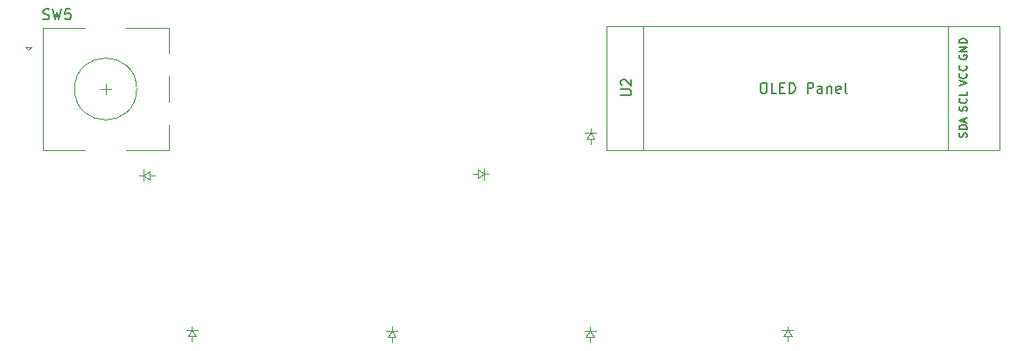
<source format=gbr>
%TF.GenerationSoftware,KiCad,Pcbnew,8.0.6*%
%TF.CreationDate,2024-10-22T23:25:27+01:00*%
%TF.ProjectId,hello22,68656c6c-6f32-4322-9e6b-696361645f70,rev?*%
%TF.SameCoordinates,Original*%
%TF.FileFunction,Legend,Top*%
%TF.FilePolarity,Positive*%
%FSLAX46Y46*%
G04 Gerber Fmt 4.6, Leading zero omitted, Abs format (unit mm)*
G04 Created by KiCad (PCBNEW 8.0.6) date 2024-10-22 23:25:27*
%MOMM*%
%LPD*%
G01*
G04 APERTURE LIST*
%ADD10C,0.150000*%
%ADD11C,0.120000*%
%ADD12C,0.100000*%
%ADD13C,0.040000*%
%ADD14C,1.701800*%
%ADD15C,3.987800*%
%ADD16R,2.000000X2.000000*%
%ADD17C,2.000000*%
%ADD18R,3.200000X2.000000*%
%ADD19R,1.600000X1.600000*%
%ADD20O,1.600000X1.600000*%
%ADD21R,3.500000X1.700000*%
%ADD22O,3.600000X1.700000*%
%ADD23O,3.700000X1.700000*%
%ADD24R,1.700000X1.700000*%
%ADD25O,1.700000X1.700000*%
G04 APERTURE END LIST*
D10*
X61341667Y-99257200D02*
X61484524Y-99304819D01*
X61484524Y-99304819D02*
X61722619Y-99304819D01*
X61722619Y-99304819D02*
X61817857Y-99257200D01*
X61817857Y-99257200D02*
X61865476Y-99209580D01*
X61865476Y-99209580D02*
X61913095Y-99114342D01*
X61913095Y-99114342D02*
X61913095Y-99019104D01*
X61913095Y-99019104D02*
X61865476Y-98923866D01*
X61865476Y-98923866D02*
X61817857Y-98876247D01*
X61817857Y-98876247D02*
X61722619Y-98828628D01*
X61722619Y-98828628D02*
X61532143Y-98781009D01*
X61532143Y-98781009D02*
X61436905Y-98733390D01*
X61436905Y-98733390D02*
X61389286Y-98685771D01*
X61389286Y-98685771D02*
X61341667Y-98590533D01*
X61341667Y-98590533D02*
X61341667Y-98495295D01*
X61341667Y-98495295D02*
X61389286Y-98400057D01*
X61389286Y-98400057D02*
X61436905Y-98352438D01*
X61436905Y-98352438D02*
X61532143Y-98304819D01*
X61532143Y-98304819D02*
X61770238Y-98304819D01*
X61770238Y-98304819D02*
X61913095Y-98352438D01*
X62246429Y-98304819D02*
X62484524Y-99304819D01*
X62484524Y-99304819D02*
X62675000Y-98590533D01*
X62675000Y-98590533D02*
X62865476Y-99304819D01*
X62865476Y-99304819D02*
X63103572Y-98304819D01*
X63960714Y-98304819D02*
X63484524Y-98304819D01*
X63484524Y-98304819D02*
X63436905Y-98781009D01*
X63436905Y-98781009D02*
X63484524Y-98733390D01*
X63484524Y-98733390D02*
X63579762Y-98685771D01*
X63579762Y-98685771D02*
X63817857Y-98685771D01*
X63817857Y-98685771D02*
X63913095Y-98733390D01*
X63913095Y-98733390D02*
X63960714Y-98781009D01*
X63960714Y-98781009D02*
X64008333Y-98876247D01*
X64008333Y-98876247D02*
X64008333Y-99114342D01*
X64008333Y-99114342D02*
X63960714Y-99209580D01*
X63960714Y-99209580D02*
X63913095Y-99257200D01*
X63913095Y-99257200D02*
X63817857Y-99304819D01*
X63817857Y-99304819D02*
X63579762Y-99304819D01*
X63579762Y-99304819D02*
X63484524Y-99257200D01*
X63484524Y-99257200D02*
X63436905Y-99209580D01*
X117219819Y-106661904D02*
X118029342Y-106661904D01*
X118029342Y-106661904D02*
X118124580Y-106614285D01*
X118124580Y-106614285D02*
X118172200Y-106566666D01*
X118172200Y-106566666D02*
X118219819Y-106471428D01*
X118219819Y-106471428D02*
X118219819Y-106280952D01*
X118219819Y-106280952D02*
X118172200Y-106185714D01*
X118172200Y-106185714D02*
X118124580Y-106138095D01*
X118124580Y-106138095D02*
X118029342Y-106090476D01*
X118029342Y-106090476D02*
X117219819Y-106090476D01*
X117315057Y-105661904D02*
X117267438Y-105614285D01*
X117267438Y-105614285D02*
X117219819Y-105519047D01*
X117219819Y-105519047D02*
X117219819Y-105280952D01*
X117219819Y-105280952D02*
X117267438Y-105185714D01*
X117267438Y-105185714D02*
X117315057Y-105138095D01*
X117315057Y-105138095D02*
X117410295Y-105090476D01*
X117410295Y-105090476D02*
X117505533Y-105090476D01*
X117505533Y-105090476D02*
X117648390Y-105138095D01*
X117648390Y-105138095D02*
X118219819Y-105709523D01*
X118219819Y-105709523D02*
X118219819Y-105090476D01*
X149954164Y-105719999D02*
X150704164Y-105469999D01*
X150704164Y-105469999D02*
X149954164Y-105219999D01*
X150632735Y-104541428D02*
X150668450Y-104577142D01*
X150668450Y-104577142D02*
X150704164Y-104684285D01*
X150704164Y-104684285D02*
X150704164Y-104755713D01*
X150704164Y-104755713D02*
X150668450Y-104862856D01*
X150668450Y-104862856D02*
X150597021Y-104934285D01*
X150597021Y-104934285D02*
X150525592Y-104969999D01*
X150525592Y-104969999D02*
X150382735Y-105005713D01*
X150382735Y-105005713D02*
X150275592Y-105005713D01*
X150275592Y-105005713D02*
X150132735Y-104969999D01*
X150132735Y-104969999D02*
X150061307Y-104934285D01*
X150061307Y-104934285D02*
X149989878Y-104862856D01*
X149989878Y-104862856D02*
X149954164Y-104755713D01*
X149954164Y-104755713D02*
X149954164Y-104684285D01*
X149954164Y-104684285D02*
X149989878Y-104577142D01*
X149989878Y-104577142D02*
X150025592Y-104541428D01*
X150632735Y-103791428D02*
X150668450Y-103827142D01*
X150668450Y-103827142D02*
X150704164Y-103934285D01*
X150704164Y-103934285D02*
X150704164Y-104005713D01*
X150704164Y-104005713D02*
X150668450Y-104112856D01*
X150668450Y-104112856D02*
X150597021Y-104184285D01*
X150597021Y-104184285D02*
X150525592Y-104219999D01*
X150525592Y-104219999D02*
X150382735Y-104255713D01*
X150382735Y-104255713D02*
X150275592Y-104255713D01*
X150275592Y-104255713D02*
X150132735Y-104219999D01*
X150132735Y-104219999D02*
X150061307Y-104184285D01*
X150061307Y-104184285D02*
X149989878Y-104112856D01*
X149989878Y-104112856D02*
X149954164Y-104005713D01*
X149954164Y-104005713D02*
X149954164Y-103934285D01*
X149954164Y-103934285D02*
X149989878Y-103827142D01*
X149989878Y-103827142D02*
X150025592Y-103791428D01*
X130936428Y-105444819D02*
X131126904Y-105444819D01*
X131126904Y-105444819D02*
X131222142Y-105492438D01*
X131222142Y-105492438D02*
X131317380Y-105587676D01*
X131317380Y-105587676D02*
X131364999Y-105778152D01*
X131364999Y-105778152D02*
X131364999Y-106111485D01*
X131364999Y-106111485D02*
X131317380Y-106301961D01*
X131317380Y-106301961D02*
X131222142Y-106397200D01*
X131222142Y-106397200D02*
X131126904Y-106444819D01*
X131126904Y-106444819D02*
X130936428Y-106444819D01*
X130936428Y-106444819D02*
X130841190Y-106397200D01*
X130841190Y-106397200D02*
X130745952Y-106301961D01*
X130745952Y-106301961D02*
X130698333Y-106111485D01*
X130698333Y-106111485D02*
X130698333Y-105778152D01*
X130698333Y-105778152D02*
X130745952Y-105587676D01*
X130745952Y-105587676D02*
X130841190Y-105492438D01*
X130841190Y-105492438D02*
X130936428Y-105444819D01*
X132269761Y-106444819D02*
X131793571Y-106444819D01*
X131793571Y-106444819D02*
X131793571Y-105444819D01*
X132603095Y-105921009D02*
X132936428Y-105921009D01*
X133079285Y-106444819D02*
X132603095Y-106444819D01*
X132603095Y-106444819D02*
X132603095Y-105444819D01*
X132603095Y-105444819D02*
X133079285Y-105444819D01*
X133507857Y-106444819D02*
X133507857Y-105444819D01*
X133507857Y-105444819D02*
X133745952Y-105444819D01*
X133745952Y-105444819D02*
X133888809Y-105492438D01*
X133888809Y-105492438D02*
X133984047Y-105587676D01*
X133984047Y-105587676D02*
X134031666Y-105682914D01*
X134031666Y-105682914D02*
X134079285Y-105873390D01*
X134079285Y-105873390D02*
X134079285Y-106016247D01*
X134079285Y-106016247D02*
X134031666Y-106206723D01*
X134031666Y-106206723D02*
X133984047Y-106301961D01*
X133984047Y-106301961D02*
X133888809Y-106397200D01*
X133888809Y-106397200D02*
X133745952Y-106444819D01*
X133745952Y-106444819D02*
X133507857Y-106444819D01*
X135269762Y-106444819D02*
X135269762Y-105444819D01*
X135269762Y-105444819D02*
X135650714Y-105444819D01*
X135650714Y-105444819D02*
X135745952Y-105492438D01*
X135745952Y-105492438D02*
X135793571Y-105540057D01*
X135793571Y-105540057D02*
X135841190Y-105635295D01*
X135841190Y-105635295D02*
X135841190Y-105778152D01*
X135841190Y-105778152D02*
X135793571Y-105873390D01*
X135793571Y-105873390D02*
X135745952Y-105921009D01*
X135745952Y-105921009D02*
X135650714Y-105968628D01*
X135650714Y-105968628D02*
X135269762Y-105968628D01*
X136698333Y-106444819D02*
X136698333Y-105921009D01*
X136698333Y-105921009D02*
X136650714Y-105825771D01*
X136650714Y-105825771D02*
X136555476Y-105778152D01*
X136555476Y-105778152D02*
X136365000Y-105778152D01*
X136365000Y-105778152D02*
X136269762Y-105825771D01*
X136698333Y-106397200D02*
X136603095Y-106444819D01*
X136603095Y-106444819D02*
X136365000Y-106444819D01*
X136365000Y-106444819D02*
X136269762Y-106397200D01*
X136269762Y-106397200D02*
X136222143Y-106301961D01*
X136222143Y-106301961D02*
X136222143Y-106206723D01*
X136222143Y-106206723D02*
X136269762Y-106111485D01*
X136269762Y-106111485D02*
X136365000Y-106063866D01*
X136365000Y-106063866D02*
X136603095Y-106063866D01*
X136603095Y-106063866D02*
X136698333Y-106016247D01*
X137174524Y-105778152D02*
X137174524Y-106444819D01*
X137174524Y-105873390D02*
X137222143Y-105825771D01*
X137222143Y-105825771D02*
X137317381Y-105778152D01*
X137317381Y-105778152D02*
X137460238Y-105778152D01*
X137460238Y-105778152D02*
X137555476Y-105825771D01*
X137555476Y-105825771D02*
X137603095Y-105921009D01*
X137603095Y-105921009D02*
X137603095Y-106444819D01*
X138460238Y-106397200D02*
X138365000Y-106444819D01*
X138365000Y-106444819D02*
X138174524Y-106444819D01*
X138174524Y-106444819D02*
X138079286Y-106397200D01*
X138079286Y-106397200D02*
X138031667Y-106301961D01*
X138031667Y-106301961D02*
X138031667Y-105921009D01*
X138031667Y-105921009D02*
X138079286Y-105825771D01*
X138079286Y-105825771D02*
X138174524Y-105778152D01*
X138174524Y-105778152D02*
X138365000Y-105778152D01*
X138365000Y-105778152D02*
X138460238Y-105825771D01*
X138460238Y-105825771D02*
X138507857Y-105921009D01*
X138507857Y-105921009D02*
X138507857Y-106016247D01*
X138507857Y-106016247D02*
X138031667Y-106111485D01*
X139079286Y-106444819D02*
X138984048Y-106397200D01*
X138984048Y-106397200D02*
X138936429Y-106301961D01*
X138936429Y-106301961D02*
X138936429Y-105444819D01*
X149989878Y-102751428D02*
X149954164Y-102822857D01*
X149954164Y-102822857D02*
X149954164Y-102929999D01*
X149954164Y-102929999D02*
X149989878Y-103037142D01*
X149989878Y-103037142D02*
X150061307Y-103108571D01*
X150061307Y-103108571D02*
X150132735Y-103144285D01*
X150132735Y-103144285D02*
X150275592Y-103179999D01*
X150275592Y-103179999D02*
X150382735Y-103179999D01*
X150382735Y-103179999D02*
X150525592Y-103144285D01*
X150525592Y-103144285D02*
X150597021Y-103108571D01*
X150597021Y-103108571D02*
X150668450Y-103037142D01*
X150668450Y-103037142D02*
X150704164Y-102929999D01*
X150704164Y-102929999D02*
X150704164Y-102858571D01*
X150704164Y-102858571D02*
X150668450Y-102751428D01*
X150668450Y-102751428D02*
X150632735Y-102715714D01*
X150632735Y-102715714D02*
X150382735Y-102715714D01*
X150382735Y-102715714D02*
X150382735Y-102858571D01*
X150704164Y-102394285D02*
X149954164Y-102394285D01*
X149954164Y-102394285D02*
X150704164Y-101965714D01*
X150704164Y-101965714D02*
X149954164Y-101965714D01*
X150704164Y-101608571D02*
X149954164Y-101608571D01*
X149954164Y-101608571D02*
X149954164Y-101430000D01*
X149954164Y-101430000D02*
X149989878Y-101322857D01*
X149989878Y-101322857D02*
X150061307Y-101251428D01*
X150061307Y-101251428D02*
X150132735Y-101215714D01*
X150132735Y-101215714D02*
X150275592Y-101180000D01*
X150275592Y-101180000D02*
X150382735Y-101180000D01*
X150382735Y-101180000D02*
X150525592Y-101215714D01*
X150525592Y-101215714D02*
X150597021Y-101251428D01*
X150597021Y-101251428D02*
X150668450Y-101322857D01*
X150668450Y-101322857D02*
X150704164Y-101430000D01*
X150704164Y-101430000D02*
X150704164Y-101608571D01*
X150668450Y-110710713D02*
X150704164Y-110603571D01*
X150704164Y-110603571D02*
X150704164Y-110424999D01*
X150704164Y-110424999D02*
X150668450Y-110353571D01*
X150668450Y-110353571D02*
X150632735Y-110317856D01*
X150632735Y-110317856D02*
X150561307Y-110282142D01*
X150561307Y-110282142D02*
X150489878Y-110282142D01*
X150489878Y-110282142D02*
X150418450Y-110317856D01*
X150418450Y-110317856D02*
X150382735Y-110353571D01*
X150382735Y-110353571D02*
X150347021Y-110424999D01*
X150347021Y-110424999D02*
X150311307Y-110567856D01*
X150311307Y-110567856D02*
X150275592Y-110639285D01*
X150275592Y-110639285D02*
X150239878Y-110674999D01*
X150239878Y-110674999D02*
X150168450Y-110710713D01*
X150168450Y-110710713D02*
X150097021Y-110710713D01*
X150097021Y-110710713D02*
X150025592Y-110674999D01*
X150025592Y-110674999D02*
X149989878Y-110639285D01*
X149989878Y-110639285D02*
X149954164Y-110567856D01*
X149954164Y-110567856D02*
X149954164Y-110389285D01*
X149954164Y-110389285D02*
X149989878Y-110282142D01*
X150704164Y-109960713D02*
X149954164Y-109960713D01*
X149954164Y-109960713D02*
X149954164Y-109782142D01*
X149954164Y-109782142D02*
X149989878Y-109674999D01*
X149989878Y-109674999D02*
X150061307Y-109603570D01*
X150061307Y-109603570D02*
X150132735Y-109567856D01*
X150132735Y-109567856D02*
X150275592Y-109532142D01*
X150275592Y-109532142D02*
X150382735Y-109532142D01*
X150382735Y-109532142D02*
X150525592Y-109567856D01*
X150525592Y-109567856D02*
X150597021Y-109603570D01*
X150597021Y-109603570D02*
X150668450Y-109674999D01*
X150668450Y-109674999D02*
X150704164Y-109782142D01*
X150704164Y-109782142D02*
X150704164Y-109960713D01*
X150489878Y-109246427D02*
X150489878Y-108889285D01*
X150704164Y-109317856D02*
X149954164Y-109067856D01*
X149954164Y-109067856D02*
X150704164Y-108817856D01*
X150668450Y-108152856D02*
X150704164Y-108045714D01*
X150704164Y-108045714D02*
X150704164Y-107867142D01*
X150704164Y-107867142D02*
X150668450Y-107795714D01*
X150668450Y-107795714D02*
X150632735Y-107759999D01*
X150632735Y-107759999D02*
X150561307Y-107724285D01*
X150561307Y-107724285D02*
X150489878Y-107724285D01*
X150489878Y-107724285D02*
X150418450Y-107759999D01*
X150418450Y-107759999D02*
X150382735Y-107795714D01*
X150382735Y-107795714D02*
X150347021Y-107867142D01*
X150347021Y-107867142D02*
X150311307Y-108009999D01*
X150311307Y-108009999D02*
X150275592Y-108081428D01*
X150275592Y-108081428D02*
X150239878Y-108117142D01*
X150239878Y-108117142D02*
X150168450Y-108152856D01*
X150168450Y-108152856D02*
X150097021Y-108152856D01*
X150097021Y-108152856D02*
X150025592Y-108117142D01*
X150025592Y-108117142D02*
X149989878Y-108081428D01*
X149989878Y-108081428D02*
X149954164Y-108009999D01*
X149954164Y-108009999D02*
X149954164Y-107831428D01*
X149954164Y-107831428D02*
X149989878Y-107724285D01*
X150632735Y-106974285D02*
X150668450Y-107009999D01*
X150668450Y-107009999D02*
X150704164Y-107117142D01*
X150704164Y-107117142D02*
X150704164Y-107188570D01*
X150704164Y-107188570D02*
X150668450Y-107295713D01*
X150668450Y-107295713D02*
X150597021Y-107367142D01*
X150597021Y-107367142D02*
X150525592Y-107402856D01*
X150525592Y-107402856D02*
X150382735Y-107438570D01*
X150382735Y-107438570D02*
X150275592Y-107438570D01*
X150275592Y-107438570D02*
X150132735Y-107402856D01*
X150132735Y-107402856D02*
X150061307Y-107367142D01*
X150061307Y-107367142D02*
X149989878Y-107295713D01*
X149989878Y-107295713D02*
X149954164Y-107188570D01*
X149954164Y-107188570D02*
X149954164Y-107117142D01*
X149954164Y-107117142D02*
X149989878Y-107009999D01*
X149989878Y-107009999D02*
X150025592Y-106974285D01*
X150704164Y-106295713D02*
X150704164Y-106652856D01*
X150704164Y-106652856D02*
X149954164Y-106652856D01*
D11*
%TO.C,SW5*%
X59575000Y-101950000D02*
X60175000Y-101950000D01*
X59875000Y-102250000D02*
X59575000Y-101950000D01*
X60175000Y-101950000D02*
X59875000Y-102250000D01*
X61275000Y-100150000D02*
X61275000Y-111950000D01*
X65375000Y-100150000D02*
X61275000Y-100150000D01*
X65375000Y-111950000D02*
X61275000Y-111950000D01*
X66875000Y-106050000D02*
X67875000Y-106050000D01*
X67375000Y-105550000D02*
X67375000Y-106550000D01*
X69375000Y-100150000D02*
X73475000Y-100150000D01*
X73475000Y-100150000D02*
X73475000Y-102550000D01*
X73475000Y-104750000D02*
X73475000Y-107350000D01*
X73475000Y-109550000D02*
X73475000Y-111950000D01*
X73475000Y-111950000D02*
X69375000Y-111950000D01*
X70375000Y-106050000D02*
G75*
G02*
X64375000Y-106050000I-3000000J0D01*
G01*
X64375000Y-106050000D02*
G75*
G02*
X70375000Y-106050000I3000000J0D01*
G01*
D12*
%TO.C,D2*%
X70624000Y-114427000D02*
X71024000Y-114427000D01*
X71024000Y-113877000D02*
X71024000Y-114977000D01*
X71024000Y-114427000D02*
X71624000Y-114027000D01*
X71624000Y-114027000D02*
X71624000Y-114827000D01*
X71624000Y-114427000D02*
X72124000Y-114427000D01*
X71624000Y-114827000D02*
X71024000Y-114427000D01*
%TO.C,D6*%
X94646800Y-130094800D02*
X95046800Y-129494800D01*
X95046800Y-129094800D02*
X95046800Y-129494800D01*
X95046800Y-129494800D02*
X95446800Y-130094800D01*
X95046800Y-130094800D02*
X95046800Y-130594800D01*
X95446800Y-130094800D02*
X94646800Y-130094800D01*
X95596800Y-129494800D02*
X94496800Y-129494800D01*
%TO.C,D8*%
X113823800Y-130094800D02*
X114223800Y-129494800D01*
X114223800Y-129094800D02*
X114223800Y-129494800D01*
X114223800Y-129494800D02*
X114623800Y-130094800D01*
X114223800Y-130094800D02*
X114223800Y-130594800D01*
X114623800Y-130094800D02*
X113823800Y-130094800D01*
X114773800Y-129494800D02*
X113673800Y-129494800D01*
%TO.C,D9*%
X132950000Y-130044000D02*
X133350000Y-129444000D01*
X133350000Y-129044000D02*
X133350000Y-129444000D01*
X133350000Y-129444000D02*
X133750000Y-130044000D01*
X133350000Y-130044000D02*
X133350000Y-130544000D01*
X133750000Y-130044000D02*
X132950000Y-130044000D01*
X133900000Y-129444000D02*
X132800000Y-129444000D01*
%TO.C,D7*%
X113874600Y-110867000D02*
X114274600Y-110267000D01*
X114274600Y-109867000D02*
X114274600Y-110267000D01*
X114274600Y-110267000D02*
X114674600Y-110867000D01*
X114274600Y-110867000D02*
X114274600Y-111367000D01*
X114674600Y-110867000D02*
X113874600Y-110867000D01*
X114824600Y-110267000D02*
X113724600Y-110267000D01*
%TO.C,D5*%
X103407400Y-113874600D02*
X104007400Y-114274600D01*
X103407400Y-114274600D02*
X102907400Y-114274600D01*
X103407400Y-114674600D02*
X103407400Y-113874600D01*
X104007400Y-114274600D02*
X103407400Y-114674600D01*
X104007400Y-114824600D02*
X104007400Y-113724600D01*
X104407400Y-114274600D02*
X104007400Y-114274600D01*
%TO.C,D1*%
X75317400Y-130044000D02*
X75717400Y-129444000D01*
X75717400Y-129044000D02*
X75717400Y-129444000D01*
X75717400Y-129444000D02*
X76117400Y-130044000D01*
X75717400Y-130044000D02*
X75717400Y-130544000D01*
X76117400Y-130044000D02*
X75317400Y-130044000D01*
X76267400Y-129444000D02*
X75167400Y-129444000D01*
D13*
%TO.C,U2*%
X115865000Y-99990000D02*
X115865000Y-111990000D01*
X115865000Y-111990000D02*
X153865000Y-111990000D01*
X119365000Y-99990000D02*
X119365000Y-111990000D01*
X148865000Y-99990000D02*
X148865000Y-111990000D01*
X153865000Y-99990000D02*
X115865000Y-99990000D01*
X153865000Y-111990000D02*
X153865000Y-99990000D01*
%TD*%
%LPC*%
D14*
%TO.C,SW4*%
X100795000Y-105875000D03*
D15*
X105875000Y-105875000D03*
D14*
X110955000Y-105875000D03*
%TD*%
%TO.C,SW6*%
X100795000Y-125125000D03*
D15*
X105875000Y-125125000D03*
D14*
X110955000Y-125125000D03*
%TD*%
D16*
%TO.C,SW5*%
X59875000Y-103550000D03*
D17*
X59875000Y-108550000D03*
X59875000Y-106050000D03*
D18*
X67375000Y-100450000D03*
X67375000Y-111650000D03*
D17*
X74375000Y-108550000D03*
X74375000Y-103550000D03*
%TD*%
D19*
%TO.C,D2*%
X67564000Y-114427000D03*
D20*
X75184000Y-114427000D03*
%TD*%
D14*
%TO.C,SW3*%
X81545000Y-125125000D03*
D15*
X86625000Y-125125000D03*
D14*
X91705000Y-125125000D03*
%TD*%
%TO.C,SW1*%
X62295000Y-125125000D03*
D15*
X67375000Y-125125000D03*
D14*
X72455000Y-125125000D03*
%TD*%
D19*
%TO.C,D6*%
X95046800Y-126034800D03*
D20*
X95046800Y-133654800D03*
%TD*%
D19*
%TO.C,D8*%
X114223800Y-126034800D03*
D20*
X114223800Y-133654800D03*
%TD*%
D19*
%TO.C,D9*%
X133350000Y-125984000D03*
D20*
X133350000Y-133604000D03*
%TD*%
D14*
%TO.C,SW2*%
X81545000Y-105875000D03*
D15*
X86625000Y-105875000D03*
D14*
X91705000Y-105875000D03*
%TD*%
D19*
%TO.C,D7*%
X114274600Y-106807000D03*
D20*
X114274600Y-114427000D03*
%TD*%
D19*
%TO.C,D5*%
X107467400Y-114274600D03*
D20*
X99847400Y-114274600D03*
%TD*%
D14*
%TO.C,SW7*%
X120045000Y-125125000D03*
D15*
X125125000Y-125125000D03*
D14*
X130205000Y-125125000D03*
%TD*%
D19*
%TO.C,D1*%
X75717400Y-125984000D03*
D20*
X75717400Y-133604000D03*
%TD*%
D21*
%TO.C,U1*%
X95234000Y-99263200D03*
D22*
X95234000Y-101803200D03*
X95234000Y-104343200D03*
X95234000Y-106883200D03*
X95234000Y-109423200D03*
X95234000Y-111963200D03*
X95234000Y-114503200D03*
X77984000Y-114503200D03*
X77984000Y-111963200D03*
X77984000Y-109423200D03*
D23*
X77984000Y-106883200D03*
X77984000Y-104343200D03*
X77984000Y-101803200D03*
X77984000Y-99263200D03*
%TD*%
D24*
%TO.C,U2*%
X152365000Y-102180000D03*
D25*
X152365000Y-104720000D03*
X152365000Y-107260000D03*
X152365000Y-109800000D03*
%TD*%
%LPD*%
M02*

</source>
